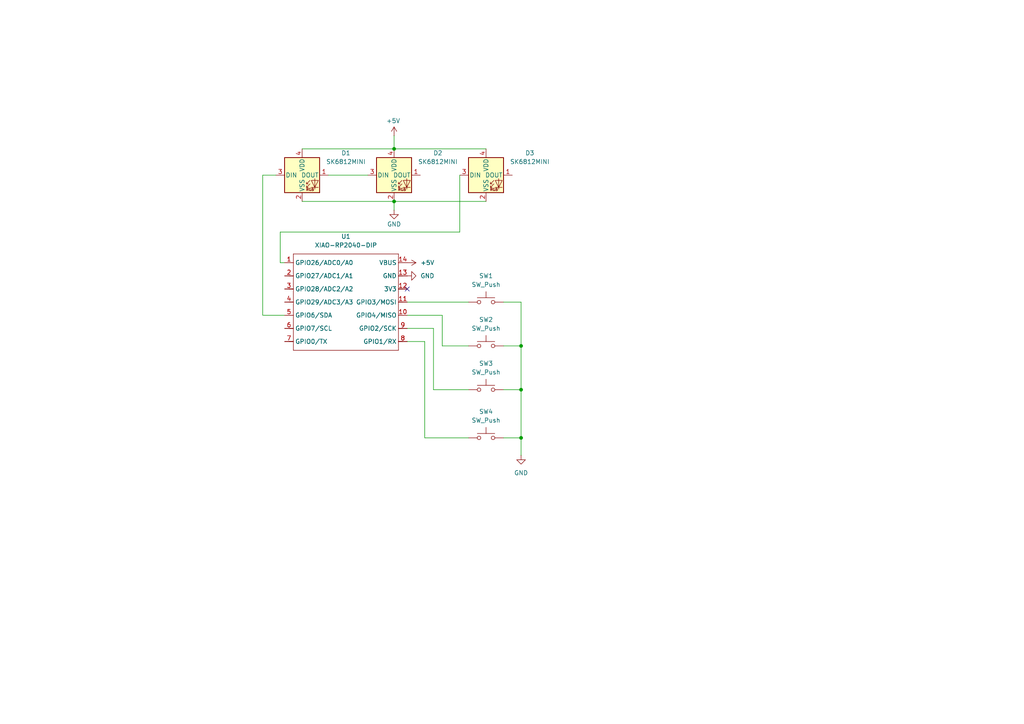
<source format=kicad_sch>
(kicad_sch (version 20250114) (generator "eeschema") (generator_version "9.0")
  (paper "A4")
  (lib_symbols
    (symbol "LED:SK6812MINI" (pin_names (offset 0.254))
      (property "Reference" "D" (at 5.08 5.715 0))
      (property "Value" "SK6812MINI" (at 1.27 -5.715 0))
      (symbol "SK6812MINI_0_0"
        (text "RGB" (at 2.286 -4.191 0) (effects (font (size 0.762 0.762))))
      )
      (symbol "SK6812MINI_0_1"
        (polyline (pts (xy 1.27 -2.54) (xy 1.778 -2.54)))
        (polyline (pts (xy 1.27 -3.556) (xy 1.778 -3.556)))
        (polyline (pts (xy 2.286 -1.524) (xy 1.27 -2.54) (xy 1.27 -2.032)))
        (polyline (pts (xy 2.286 -2.54) (xy 1.27 -3.556) (xy 1.27 -3.048)))
        (polyline (pts (xy 3.683 -1.016) (xy 3.683 -3.556) (xy 3.683 -4.064)))
        (polyline (pts (xy 4.699 -1.524) (xy 2.667 -1.524) (xy 3.683 -3.556) (xy 4.699 -1.524)))
        (polyline (pts (xy 4.699 -3.556) (xy 2.667 -3.556)))
        (rectangle (start 5.08 5.08) (end -5.08 -5.08) (stroke (width 0.254)) (fill (type background)))
      )
      (symbol "SK6812MINI_1_1"
        (pin input line (at -7.62 0 0) (length 2.54) (name "DIN") (number "3"))
        (pin power_in line (at 0 7.62 270) (length 2.54) (name "VDD") (number "4"))
        (pin power_in line (at 0 -7.62 90) (length 2.54) (name "VSS") (number "2"))
        (pin output line (at 7.62 0 180) (length 2.54) (name "DOUT") (number "1"))
      )
    )
    (symbol "OPL:XIAO-RP2040-DIP"
      (property "Reference" "U" (at 0 0 0))
      (property "Value" "XIAO-RP2040-DIP" (at 5.334 -1.778 0))
      (symbol "XIAO-RP2040-DIP_1_0"
        (polyline (pts (xy -1.27 -2.54) (xy 29.21 -2.54)) (stroke (width 0.1524)))
        (polyline (pts (xy -1.27 -5.08) (xy -2.54 -5.08)) (stroke (width 0.1524)))
        (polyline (pts (xy -1.27 -5.08) (xy -1.27 -2.54)) (stroke (width 0.1524)))
        (polyline (pts (xy -1.27 -8.89) (xy -2.54 -8.89)) (stroke (width 0.1524)))
        (polyline (pts (xy -1.27 -8.89) (xy -1.27 -5.08)) (stroke (width 0.1524)))
        (polyline (pts (xy -1.27 -12.7) (xy -2.54 -12.7)) (stroke (width 0.1524)))
        (polyline (pts (xy -1.27 -12.7) (xy -1.27 -8.89)) (stroke (width 0.1524)))
        (polyline (pts (xy -1.27 -16.51) (xy -2.54 -16.51)) (stroke (width 0.1524)))
        (polyline (pts (xy -1.27 -16.51) (xy -1.27 -12.7)) (stroke (width 0.1524)))
        (polyline (pts (xy -1.27 -20.32) (xy -2.54 -20.32)) (stroke (width 0.1524)))
        (polyline (pts (xy -1.27 -24.13) (xy -2.54 -24.13)) (stroke (width 0.1524)))
        (polyline (pts (xy -1.27 -27.94) (xy -2.54 -27.94)) (stroke (width 0.1524)))
        (polyline (pts (xy -1.27 -30.48) (xy -1.27 -16.51)) (stroke (width 0.1524)))
        (polyline (pts (xy 29.21 -2.54) (xy 29.21 -5.08)) (stroke (width 0.1524)))
        (polyline (pts (xy 29.21 -5.08) (xy 29.21 -8.89)) (stroke (width 0.1524)))
        (polyline (pts (xy 29.21 -8.89) (xy 29.21 -12.7)) (stroke (width 0.1524)))
        (polyline (pts (xy 29.21 -12.7) (xy 29.21 -30.48)) (stroke (width 0.1524)))
        (polyline (pts (xy 29.21 -30.48) (xy -1.27 -30.48)) (stroke (width 0.1524)))
        (polyline (pts (xy 30.48 -5.08) (xy 29.21 -5.08)) (stroke (width 0.1524)))
        (polyline (pts (xy 30.48 -8.89) (xy 29.21 -8.89)) (stroke (width 0.1524)))
        (polyline (pts (xy 30.48 -12.7) (xy 29.21 -12.7)) (stroke (width 0.1524)))
        (polyline (pts (xy 30.48 -16.51) (xy 29.21 -16.51)) (stroke (width 0.1524)))
        (polyline (pts (xy 30.48 -20.32) (xy 29.21 -20.32)) (stroke (width 0.1524)))
        (polyline (pts (xy 30.48 -24.13) (xy 29.21 -24.13)) (stroke (width 0.1524)))
        (polyline (pts (xy 30.48 -27.94) (xy 29.21 -27.94)) (stroke (width 0.1524)))
        (pin passive line (at -3.81 -5.08 0) (length 2.54) (name "GPIO26/ADC0/A0") (number "1"))
        (pin passive line (at -3.81 -8.89 0) (length 2.54) (name "GPIO27/ADC1/A1") (number "2"))
        (pin passive line (at -3.81 -12.7 0) (length 2.54) (name "GPIO28/ADC2/A2") (number "3"))
        (pin passive line (at -3.81 -16.51 0) (length 2.54) (name "GPIO29/ADC3/A3") (number "4"))
        (pin passive line (at -3.81 -20.32 0) (length 2.54) (name "GPIO6/SDA") (number "5"))
        (pin passive line (at -3.81 -24.13 0) (length 2.54) (name "GPIO7/SCL") (number "6"))
        (pin passive line (at -3.81 -27.94 0) (length 2.54) (name "GPIO0/TX") (number "7"))
        (pin passive line (at 31.75 -5.08 180) (length 2.54) (name "VBUS") (number "14"))
        (pin passive line (at 31.75 -8.89 180) (length 2.54) (name "GND") (number "13"))
        (pin passive line (at 31.75 -12.7 180) (length 2.54) (name "3V3") (number "12"))
        (pin passive line (at 31.75 -16.51 180) (length 2.54) (name "GPIO3/MOSI") (number "11"))
        (pin passive line (at 31.75 -20.32 180) (length 2.54) (name "GPIO4/MISO") (number "10"))
        (pin passive line (at 31.75 -24.13 180) (length 2.54) (name "GPIO2/SCK") (number "9"))
        (pin passive line (at 31.75 -27.94 180) (length 2.54) (name "GPIO1/RX") (number "8"))
      )
    )
    (symbol "Switch:SW_Push" (pin_numbers (hide yes)) (pin_names (offset 1.016) (hide yes))
      (property "Reference" "SW" (at 1.27 2.54 0))
      (property "Value" "SW_Push" (at 0 -1.524 0))
      (symbol "SW_Push_0_1"
        (circle (center -2.032 0) (radius 0.508))
        (polyline (pts (xy 0 1.27) (xy 0 3.048)))
        (circle (center 2.032 0) (radius 0.508))
        (polyline (pts (xy 2.54 1.27) (xy -2.54 1.27)))
        (pin passive line (at -5.08 0 0) (length 2.54) (name "1") (number "1"))
        (pin passive line (at 5.08 0 180) (length 2.54) (name "2") (number "2"))
      )
    )
    (symbol "power:+5V" (power) (pin_numbers (hide yes)) (pin_names (offset 0) (hide yes))
      (property "Value" "+5V" (at 0 3.556 0))
      (symbol "+5V_0_1"
        (polyline (pts (xy -0.762 1.27) (xy 0 2.54)))
        (polyline (pts (xy 0 2.54) (xy 0.762 1.27)))
        (polyline (pts (xy 0 0) (xy 0 2.54)))
      )
      (symbol "+5V_1_1"
        (pin power_in line (at 0 0 90) (length 0) (name "~") (number "1"))
      )
    )
    (symbol "power:GND" (power) (pin_numbers (hide yes)) (pin_names (offset 0) (hide yes))
      (property "Value" "GND" (at 0 -3.81 0))
      (symbol "GND_0_1"
        (polyline (pts (xy 0 0) (xy 0 -1.27) (xy 1.27 -1.27) (xy 0 -2.54) (xy -1.27 -1.27) (xy 0 -1.27)))
      )
      (symbol "GND_1_1"
        (pin power_in line (at 0 0 270) (length 0) (name "~") (number "1"))
      )
    )
  )
  (junction (at 114.3 58.42))
  (junction (at 151.13 113.03))
  (junction (at 114.3 43.18))
  (junction (at 151.13 100.33))
  (junction (at 151.13 127))
  (no_connect (at 118.11 83.82))
  (wire (pts (xy 81.28 67.31) (xy 81.28 76.2)))
  (wire (pts (xy 76.2 50.8) (xy 80.01 50.8)))
  (wire (pts (xy 114.3 58.42) (xy 140.97 58.42)))
  (wire (pts (xy 133.35 50.8) (xy 133.35 67.31)))
  (wire (pts (xy 82.55 91.44) (xy 76.2 91.44)))
  (wire (pts (xy 118.11 87.63) (xy 135.89 87.63)))
  (wire (pts (xy 118.11 95.25) (xy 125.73 95.25)))
  (wire (pts (xy 146.05 87.63) (xy 151.13 87.63)))
  (wire (pts (xy 114.3 60.96) (xy 114.3 58.42)))
  (wire (pts (xy 87.63 58.42) (xy 114.3 58.42)))
  (wire (pts (xy 151.13 127) (xy 151.13 132.08)))
  (wire (pts (xy 146.05 127) (xy 151.13 127)))
  (wire (pts (xy 87.63 43.18) (xy 114.3 43.18)))
  (wire (pts (xy 128.27 100.33) (xy 135.89 100.33)))
  (wire (pts (xy 128.27 91.44) (xy 128.27 100.33)))
  (wire (pts (xy 114.3 43.18) (xy 140.97 43.18)))
  (wire (pts (xy 151.13 100.33) (xy 151.13 113.03)))
  (wire (pts (xy 151.13 113.03) (xy 151.13 127)))
  (wire (pts (xy 114.3 39.37) (xy 114.3 43.18)))
  (wire (pts (xy 81.28 76.2) (xy 82.55 76.2)))
  (wire (pts (xy 125.73 113.03) (xy 135.89 113.03)))
  (wire (pts (xy 95.25 50.8) (xy 106.68 50.8)))
  (wire (pts (xy 123.19 99.06) (xy 123.19 127)))
  (wire (pts (xy 151.13 100.33) (xy 146.05 100.33)))
  (wire (pts (xy 151.13 87.63) (xy 151.13 100.33)))
  (wire (pts (xy 76.2 91.44) (xy 76.2 50.8)))
  (wire (pts (xy 118.11 91.44) (xy 128.27 91.44)))
  (wire (pts (xy 146.05 113.03) (xy 151.13 113.03)))
  (wire (pts (xy 125.73 95.25) (xy 125.73 113.03)))
  (wire (pts (xy 123.19 127) (xy 135.89 127)))
  (wire (pts (xy 133.35 67.31) (xy 81.28 67.31)))
  (wire (pts (xy 118.11 99.06) (xy 123.19 99.06)))
  (symbol (lib_id "Switch:SW_Push") (at 140.97 87.63 0) (unit 1)
    (property "Reference" "SW1" (at 140.97 80.01 0))
    (property "Value" "SW_Push" (at 140.97 82.55 0))
    (property "Footprint" "Button_Switch_Keyboard:SW_Cherry_MX_1.00u_PCB" (effects (hide yes)))
    (property "Description" "Push button switch, generic, two pins" (effects (hide yes)))
  )
  (symbol (lib_id "Switch:SW_Push") (at 140.97 100.33 0) (unit 1)
    (property "Reference" "SW2" (at 140.97 92.71 0))
    (property "Value" "SW_Push" (at 140.97 95.25 0))
    (property "Footprint" "Button_Switch_Keyboard:SW_Cherry_MX_1.00u_PCB" (effects (hide yes)))
    (property "Description" "Push button switch, generic, two pins" (effects (hide yes)))
  )
  (symbol (lib_id "power:GND") (at 114.3 60.96 0) (unit 1)
    (property "Reference" "#PWR02" (effects (hide yes)))
    (property "Value" "GND" (at 114.3 65.024 0))
    (property "Description" "Power symbol creates a global label with name \"GND\" , ground" (effects (hide yes)))
  )
  (symbol (lib_id "LED:SK6812MINI") (at 114.3 50.8 0) (unit 1)
    (property "Reference" "D2" (at 127 44.3798 0))
    (property "Value" "SK6812MINI" (at 127 46.9198 0))
    (property "Footprint" "LED_SMD:LED_SK6812MINI_PLCC4_3.5x3.5mm_P1.75mm" (effects (hide yes)))
    (property "Datasheet" "https://cdn-shop.adafruit.com/product-files/2686/SK6812MINI_REV.01-1-2.pdf" (effects (hide yes)))
    (property "Description" "RGB LED with integrated controller" (effects (hide yes)))
  )
  (symbol (lib_id "LED:SK6812MINI") (at 140.97 50.8 0) (unit 1)
    (property "Reference" "D3" (at 153.67 44.3798 0))
    (property "Value" "SK6812MINI" (at 153.67 46.9198 0))
    (property "Footprint" "LED_SMD:LED_SK6812MINI_PLCC4_3.5x3.5mm_P1.75mm" (effects (hide yes)))
    (property "Datasheet" "https://cdn-shop.adafruit.com/product-files/2686/SK6812MINI_REV.01-1-2.pdf" (effects (hide yes)))
    (property "Description" "RGB LED with integrated controller" (effects (hide yes)))
  )
  (symbol (lib_id "LED:SK6812MINI") (at 87.63 50.8 0) (unit 1)
    (property "Reference" "D1" (at 100.33 44.3798 0))
    (property "Value" "SK6812MINI" (at 100.33 46.9198 0))
    (property "Footprint" "LED_SMD:LED_SK6812MINI_PLCC4_3.5x3.5mm_P1.75mm" (effects (hide yes)))
    (property "Datasheet" "https://cdn-shop.adafruit.com/product-files/2686/SK6812MINI_REV.01-1-2.pdf" (effects (hide yes)))
    (property "Description" "RGB LED with integrated controller" (effects (hide yes)))
  )
  (symbol (lib_id "power:+5V") (at 118.11 76.2 270) (unit 1)
    (property "Reference" "#PWR03" (effects (hide yes)))
    (property "Value" "+5V" (at 121.92 76.1999 90) (effects (justify left)))
    (property "Description" "Power symbol creates a global label with name \"+5V\"" (effects (hide yes)))
  )
  (symbol (lib_id "OPL:XIAO-RP2040-DIP") (at 86.36 71.12 0) (unit 1)
    (property "Reference" "U1" (at 100.33 68.58 0))
    (property "Value" "XIAO-RP2040-DIP" (at 100.33 71.12 0))
    (property "Footprint" "OPL:XIAO-RP2040-DIP" (effects (hide yes)))
  )
  (symbol (lib_id "power:+5V") (at 114.3 39.37 0) (unit 1)
    (property "Reference" "#PWR01" (effects (hide yes)))
    (property "Value" "+5V" (at 114.046 35.052 0))
    (property "Description" "Power symbol creates a global label with name \"+5V\"" (effects (hide yes)))
  )
  (symbol (lib_id "power:GND") (at 151.13 132.08 0) (unit 1)
    (property "Reference" "#PWR05" (effects (hide yes)))
    (property "Value" "GND" (at 151.13 137.16 0))
    (property "Description" "Power symbol creates a global label with name \"GND\" , ground" (effects (hide yes)))
  )
  (symbol (lib_id "Switch:SW_Push") (at 140.97 127 0) (unit 1)
    (property "Reference" "SW4" (at 140.97 119.38 0))
    (property "Value" "SW_Push" (at 140.97 121.92 0))
    (property "Footprint" "Button_Switch_Keyboard:SW_Cherry_MX_1.00u_PCB" (effects (hide yes)))
    (property "Description" "Push button switch, generic, two pins" (effects (hide yes)))
  )
  (symbol (lib_id "power:GND") (at 118.11 80.01 90) (unit 1)
    (property "Reference" "#PWR04" (effects (hide yes)))
    (property "Value" "GND" (at 121.92 80.0099 90) (effects (justify right)))
    (property "Description" "Power symbol creates a global label with name \"GND\" , ground" (effects (hide yes)))
  )
  (symbol (lib_id "Switch:SW_Push") (at 140.97 113.03 0) (unit 1)
    (property "Reference" "SW3" (at 140.97 105.41 0))
    (property "Value" "SW_Push" (at 140.97 107.95 0))
    (property "Footprint" "Button_Switch_Keyboard:SW_Cherry_MX_1.00u_PCB" (effects (hide yes)))
    (property "Description" "Push button switch, generic, two pins" (effects (hide yes)))
  )
)
</source>
